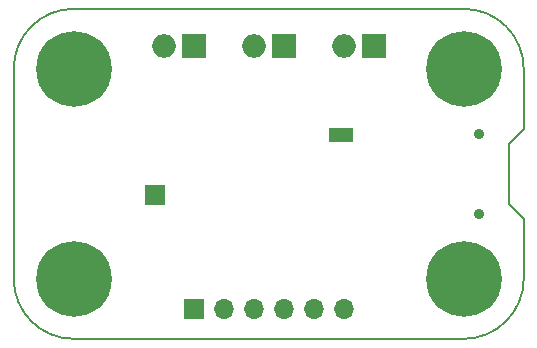
<source format=gbr>
%TF.GenerationSoftware,KiCad,Pcbnew,4.0.6+dfsg1-1*%
%TF.CreationDate,2018-06-21T08:51:40+02:00*%
%TF.ProjectId,energy_harvesting_module,656E657267795F68617276657374696E,rev?*%
%TF.FileFunction,Soldermask,Bot*%
%FSLAX46Y46*%
G04 Gerber Fmt 4.6, Leading zero omitted, Abs format (unit mm)*
G04 Created by KiCad (PCBNEW 4.0.6+dfsg1-1) date Thu Jun 21 08:51:40 2018*
%MOMM*%
%LPD*%
G01*
G04 APERTURE LIST*
%ADD10C,0.100000*%
%ADD11C,0.150000*%
%ADD12C,6.400000*%
%ADD13C,0.600000*%
%ADD14O,1.998980X1.998980*%
%ADD15R,1.998980X1.998980*%
%ADD16C,0.900000*%
%ADD17R,1.700000X1.700000*%
%ADD18O,1.700000X1.700000*%
%ADD19R,1.800000X1.800000*%
%ADD20R,2.000000X1.200000*%
%ADD21C,0.400000*%
G04 APERTURE END LIST*
D10*
D11*
X127000000Y-111760000D02*
X127000000Y-93980000D01*
X170180000Y-99060000D02*
X170180000Y-93980000D01*
X168910000Y-100330000D02*
X170180000Y-99060000D01*
X168910000Y-105410000D02*
X168910000Y-100330000D01*
X170180000Y-106680000D02*
X168910000Y-105410000D01*
X170180000Y-111760000D02*
X170180000Y-106680000D01*
X132080000Y-88900000D02*
X165100000Y-88900000D01*
X165100000Y-116840000D02*
X132080000Y-116840000D01*
X165100000Y-116840000D02*
G75*
G03X170180000Y-111760000I0J5080000D01*
G01*
X127000000Y-111760000D02*
G75*
G03X132080000Y-116840000I5080000J0D01*
G01*
X170180000Y-93980000D02*
G75*
G03X165100000Y-88900000I-5080000J0D01*
G01*
X132080000Y-88900000D02*
G75*
G03X127000000Y-93980000I0J-5080000D01*
G01*
D12*
X165100000Y-111760000D03*
D13*
X167500000Y-111760000D03*
X166797056Y-113457056D03*
X165100000Y-114160000D03*
X163402944Y-113457056D03*
X162700000Y-111760000D03*
X163402944Y-110062944D03*
X165100000Y-109360000D03*
X166797056Y-110062944D03*
D12*
X132080000Y-111760000D03*
D13*
X134480000Y-111760000D03*
X133777056Y-113457056D03*
X132080000Y-114160000D03*
X130382944Y-113457056D03*
X129680000Y-111760000D03*
X130382944Y-110062944D03*
X132080000Y-109360000D03*
X133777056Y-110062944D03*
D12*
X132080000Y-93980000D03*
D13*
X134480000Y-93980000D03*
X133777056Y-95677056D03*
X132080000Y-96380000D03*
X130382944Y-95677056D03*
X129680000Y-93980000D03*
X130382944Y-92282944D03*
X132080000Y-91580000D03*
X133777056Y-92282944D03*
D14*
X139700000Y-92075000D03*
D15*
X142240000Y-92075000D03*
D14*
X147320000Y-92075000D03*
D15*
X149860000Y-92075000D03*
D16*
X166370000Y-106270000D03*
X166370000Y-99470000D03*
D14*
X154940000Y-92075000D03*
D15*
X157480000Y-92075000D03*
D12*
X165100000Y-93980000D03*
D13*
X167500000Y-93980000D03*
X166797056Y-95677056D03*
X165100000Y-96380000D03*
X163402944Y-95677056D03*
X162700000Y-93980000D03*
X163402944Y-92282944D03*
X165100000Y-91580000D03*
X166797056Y-92282944D03*
D17*
X142240000Y-114300000D03*
D18*
X144780000Y-114300000D03*
X147320000Y-114300000D03*
X149860000Y-114300000D03*
X152400000Y-114300000D03*
X154940000Y-114300000D03*
D19*
X138938000Y-104636000D03*
D20*
X154686000Y-99568000D03*
D21*
X155386000Y-99268000D03*
X153986000Y-99268000D03*
X153986000Y-99868000D03*
X155386000Y-99868000D03*
M02*

</source>
